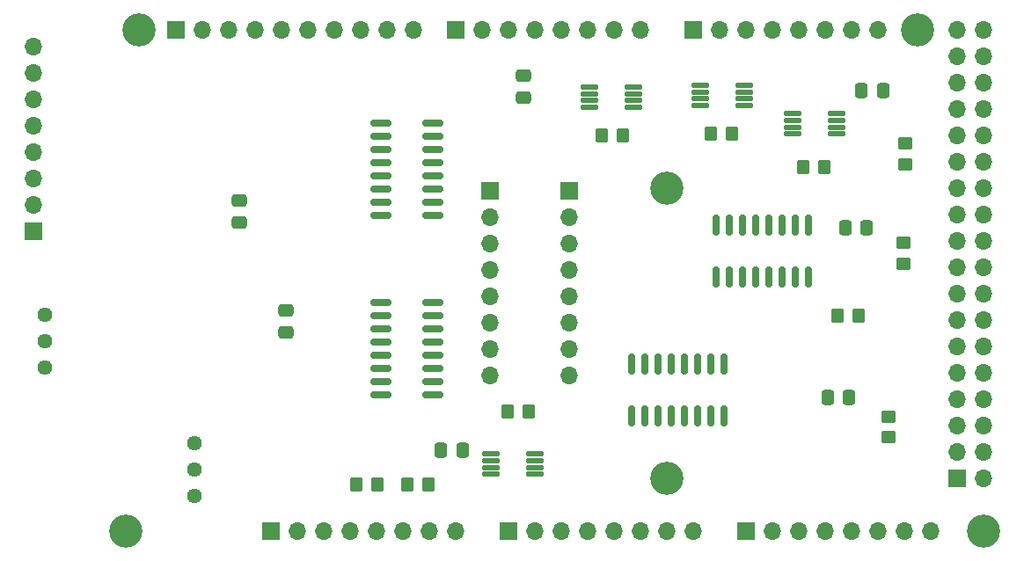
<source format=gbr>
%TF.GenerationSoftware,KiCad,Pcbnew,8.0.8*%
%TF.CreationDate,2025-07-24T20:26:14+03:00*%
%TF.ProjectId,memristor_shield,6d656d72-6973-4746-9f72-5f736869656c,rev?*%
%TF.SameCoordinates,Original*%
%TF.FileFunction,Soldermask,Bot*%
%TF.FilePolarity,Negative*%
%FSLAX46Y46*%
G04 Gerber Fmt 4.6, Leading zero omitted, Abs format (unit mm)*
G04 Created by KiCad (PCBNEW 8.0.8) date 2025-07-24 20:26:14*
%MOMM*%
%LPD*%
G01*
G04 APERTURE LIST*
G04 Aperture macros list*
%AMRoundRect*
0 Rectangle with rounded corners*
0 $1 Rounding radius*
0 $2 $3 $4 $5 $6 $7 $8 $9 X,Y pos of 4 corners*
0 Add a 4 corners polygon primitive as box body*
4,1,4,$2,$3,$4,$5,$6,$7,$8,$9,$2,$3,0*
0 Add four circle primitives for the rounded corners*
1,1,$1+$1,$2,$3*
1,1,$1+$1,$4,$5*
1,1,$1+$1,$6,$7*
1,1,$1+$1,$8,$9*
0 Add four rect primitives between the rounded corners*
20,1,$1+$1,$2,$3,$4,$5,0*
20,1,$1+$1,$4,$5,$6,$7,0*
20,1,$1+$1,$6,$7,$8,$9,0*
20,1,$1+$1,$8,$9,$2,$3,0*%
G04 Aperture macros list end*
%ADD10R,1.700000X1.700000*%
%ADD11O,1.700000X1.700000*%
%ADD12C,3.200000*%
%ADD13C,1.440000*%
%ADD14RoundRect,0.250000X0.475000X-0.337500X0.475000X0.337500X-0.475000X0.337500X-0.475000X-0.337500X0*%
%ADD15RoundRect,0.250000X0.450000X-0.350000X0.450000X0.350000X-0.450000X0.350000X-0.450000X-0.350000X0*%
%ADD16RoundRect,0.250000X0.350000X0.450000X-0.350000X0.450000X-0.350000X-0.450000X0.350000X-0.450000X0*%
%ADD17RoundRect,0.150000X0.825000X0.150000X-0.825000X0.150000X-0.825000X-0.150000X0.825000X-0.150000X0*%
%ADD18RoundRect,0.250000X0.337500X0.475000X-0.337500X0.475000X-0.337500X-0.475000X0.337500X-0.475000X0*%
%ADD19RoundRect,0.150000X-0.150000X0.825000X-0.150000X-0.825000X0.150000X-0.825000X0.150000X0.825000X0*%
%ADD20RoundRect,0.125000X0.687500X0.125000X-0.687500X0.125000X-0.687500X-0.125000X0.687500X-0.125000X0*%
%ADD21RoundRect,0.125000X-0.687500X-0.125000X0.687500X-0.125000X0.687500X0.125000X-0.687500X0.125000X0*%
%ADD22RoundRect,0.250000X-0.350000X-0.450000X0.350000X-0.450000X0.350000X0.450000X-0.350000X0.450000X0*%
%ADD23RoundRect,0.250000X-0.475000X0.337500X-0.475000X-0.337500X0.475000X-0.337500X0.475000X0.337500X0*%
G04 APERTURE END LIST*
D10*
%TO.C,J7*%
X193980000Y-92380000D03*
D11*
X196520000Y-92380000D03*
X193980000Y-89840000D03*
X196520000Y-89840000D03*
X193980000Y-87300000D03*
X196520000Y-87300000D03*
X193980000Y-84760000D03*
X196520000Y-84760000D03*
X193980000Y-82220000D03*
X196520000Y-82220000D03*
X193980000Y-79680000D03*
X196520000Y-79680000D03*
X193980000Y-77140000D03*
X196520000Y-77140000D03*
X193980000Y-74600000D03*
X196520000Y-74600000D03*
X193980000Y-72060000D03*
X196520000Y-72060000D03*
X193980000Y-69520000D03*
X196520000Y-69520000D03*
X193980000Y-66980000D03*
X196520000Y-66980000D03*
X193980000Y-64440000D03*
X196520000Y-64440000D03*
X193980000Y-61900000D03*
X196520000Y-61900000D03*
X193980000Y-59360000D03*
X196520000Y-59360000D03*
X193980000Y-56820000D03*
X196520000Y-56820000D03*
X193980000Y-54280000D03*
X196520000Y-54280000D03*
X193980000Y-51740000D03*
X196520000Y-51740000D03*
X193980000Y-49200000D03*
X196520000Y-49200000D03*
%TD*%
D10*
%TO.C,J1*%
X127940000Y-97460000D03*
D11*
X130480000Y-97460000D03*
X133020000Y-97460000D03*
X135560000Y-97460000D03*
X138100000Y-97460000D03*
X140640000Y-97460000D03*
X143180000Y-97460000D03*
X145720000Y-97460000D03*
%TD*%
D10*
%TO.C,J3*%
X150800000Y-97460000D03*
D11*
X153340000Y-97460000D03*
X155880000Y-97460000D03*
X158420000Y-97460000D03*
X160960000Y-97460000D03*
X163500000Y-97460000D03*
X166040000Y-97460000D03*
X168580000Y-97460000D03*
%TD*%
D10*
%TO.C,J5*%
X173660000Y-97460000D03*
D11*
X176200000Y-97460000D03*
X178740000Y-97460000D03*
X181280000Y-97460000D03*
X183820000Y-97460000D03*
X186360000Y-97460000D03*
X188900000Y-97460000D03*
X191440000Y-97460000D03*
%TD*%
D10*
%TO.C,J2*%
X118796000Y-49200000D03*
D11*
X121336000Y-49200000D03*
X123876000Y-49200000D03*
X126416000Y-49200000D03*
X128956000Y-49200000D03*
X131496000Y-49200000D03*
X134036000Y-49200000D03*
X136576000Y-49200000D03*
X139116000Y-49200000D03*
X141656000Y-49200000D03*
%TD*%
D10*
%TO.C,J4*%
X145720000Y-49200000D03*
D11*
X148260000Y-49200000D03*
X150800000Y-49200000D03*
X153340000Y-49200000D03*
X155880000Y-49200000D03*
X158420000Y-49200000D03*
X160960000Y-49200000D03*
X163500000Y-49200000D03*
%TD*%
D10*
%TO.C,J6*%
X168580000Y-49200000D03*
D11*
X171120000Y-49200000D03*
X173660000Y-49200000D03*
X176200000Y-49200000D03*
X178740000Y-49200000D03*
X181280000Y-49200000D03*
X183820000Y-49200000D03*
X186360000Y-49200000D03*
%TD*%
D10*
%TO.C,J8*%
X149060000Y-64740000D03*
D11*
X149060000Y-67280000D03*
X149060000Y-69820000D03*
X149060000Y-72360000D03*
X149060000Y-74900000D03*
X149060000Y-77440000D03*
X149060000Y-79980000D03*
X149060000Y-82520000D03*
%TD*%
D12*
%TO.C,MH6*%
X196520000Y-97460000D03*
%TD*%
%TO.C,MH1*%
X115240000Y-49200000D03*
%TD*%
D13*
%TO.C,RV2*%
X106240000Y-76670000D03*
X106240000Y-79210000D03*
X106240000Y-81750000D03*
%TD*%
D10*
%TO.C,J10*%
X105080000Y-68580000D03*
D11*
X105080000Y-66040000D03*
X105080000Y-63500000D03*
X105080000Y-60960000D03*
X105080000Y-58420000D03*
X105080000Y-55880000D03*
X105080000Y-53340000D03*
X105080000Y-50800000D03*
%TD*%
D10*
%TO.C,J9*%
X156680000Y-64740000D03*
D11*
X156680000Y-67280000D03*
X156680000Y-69820000D03*
X156680000Y-72360000D03*
X156680000Y-74900000D03*
X156680000Y-77440000D03*
X156680000Y-79980000D03*
X156680000Y-82520000D03*
%TD*%
D13*
%TO.C,RV1*%
X120570000Y-94050000D03*
X120570000Y-91510000D03*
X120570000Y-88970000D03*
%TD*%
D12*
%TO.C,MH2*%
X113970000Y-97460000D03*
%TD*%
%TO.C,MH3*%
X166040000Y-64440000D03*
%TD*%
%TO.C,MH4*%
X166040000Y-92380000D03*
%TD*%
%TO.C,MH5*%
X190170000Y-49200000D03*
%TD*%
D14*
%TO.C,C11*%
X129360000Y-78297500D03*
X129360000Y-76222500D03*
%TD*%
D15*
%TO.C,R25*%
X188800000Y-71690000D03*
X188800000Y-69690000D03*
%TD*%
D16*
%TO.C,R21*%
X161790000Y-59340000D03*
X159790000Y-59340000D03*
%TD*%
D17*
%TO.C,U12*%
X143530000Y-75430000D03*
X143530000Y-76700000D03*
X143530000Y-77970000D03*
X143530000Y-79240000D03*
X143530000Y-80510000D03*
X143530000Y-81780000D03*
X143530000Y-83050000D03*
X143530000Y-84320000D03*
X138580000Y-84320000D03*
X138580000Y-83050000D03*
X138580000Y-81780000D03*
X138580000Y-80510000D03*
X138580000Y-79240000D03*
X138580000Y-77970000D03*
X138580000Y-76700000D03*
X138580000Y-75430000D03*
%TD*%
D16*
%TO.C,R26*%
X184490000Y-76690000D03*
X182490000Y-76690000D03*
%TD*%
D15*
%TO.C,R27*%
X187410000Y-88420000D03*
X187410000Y-86420000D03*
%TD*%
D18*
%TO.C,C7*%
X185285000Y-68260000D03*
X183210000Y-68260000D03*
%TD*%
%TO.C,C8*%
X183617500Y-84620000D03*
X181542500Y-84620000D03*
%TD*%
D16*
%TO.C,R29*%
X138180000Y-92960000D03*
X136180000Y-92960000D03*
%TD*%
D17*
%TO.C,U13*%
X143520000Y-58190000D03*
X143520000Y-59460000D03*
X143520000Y-60730000D03*
X143520000Y-62000000D03*
X143520000Y-63270000D03*
X143520000Y-64540000D03*
X143520000Y-65810000D03*
X143520000Y-67080000D03*
X138570000Y-67080000D03*
X138570000Y-65810000D03*
X138570000Y-64540000D03*
X138570000Y-63270000D03*
X138570000Y-62000000D03*
X138570000Y-60730000D03*
X138570000Y-59460000D03*
X138570000Y-58190000D03*
%TD*%
D19*
%TO.C,U11*%
X170780000Y-68020000D03*
X172050000Y-68020000D03*
X173320000Y-68020000D03*
X174590000Y-68020000D03*
X175860000Y-68020000D03*
X177130000Y-68020000D03*
X178400000Y-68020000D03*
X179670000Y-68020000D03*
X179670000Y-72970000D03*
X178400000Y-72970000D03*
X177130000Y-72970000D03*
X175860000Y-72970000D03*
X174590000Y-72970000D03*
X173320000Y-72970000D03*
X172050000Y-72970000D03*
X170780000Y-72970000D03*
%TD*%
%TO.C,U10*%
X162710000Y-81400000D03*
X163980000Y-81400000D03*
X165250000Y-81400000D03*
X166520000Y-81400000D03*
X167790000Y-81400000D03*
X169060000Y-81400000D03*
X170330000Y-81400000D03*
X171600000Y-81400000D03*
X171600000Y-86350000D03*
X170330000Y-86350000D03*
X169060000Y-86350000D03*
X167790000Y-86350000D03*
X166520000Y-86350000D03*
X165250000Y-86350000D03*
X163980000Y-86350000D03*
X162710000Y-86350000D03*
%TD*%
D20*
%TO.C,U8*%
X153392500Y-90045000D03*
X153392500Y-90695000D03*
X153392500Y-91345000D03*
X153392500Y-91995000D03*
X149167500Y-91995000D03*
X149167500Y-91345000D03*
X149167500Y-90695000D03*
X149167500Y-90045000D03*
%TD*%
D16*
%TO.C,R22*%
X172320000Y-59180000D03*
X170320000Y-59180000D03*
%TD*%
D18*
%TO.C,C9*%
X146377500Y-89720000D03*
X144302500Y-89720000D03*
%TD*%
%TO.C,C6*%
X186867500Y-55070000D03*
X184792500Y-55070000D03*
%TD*%
D16*
%TO.C,R23*%
X181180000Y-62380000D03*
X179180000Y-62380000D03*
%TD*%
D21*
%TO.C,U3*%
X178157500Y-59215000D03*
X178157500Y-58565000D03*
X178157500Y-57915000D03*
X178157500Y-57265000D03*
X182382500Y-57265000D03*
X182382500Y-57915000D03*
X182382500Y-58565000D03*
X182382500Y-59215000D03*
%TD*%
D22*
%TO.C,R28*%
X150760000Y-85930000D03*
X152760000Y-85930000D03*
%TD*%
D21*
%TO.C,U2*%
X169267500Y-56485000D03*
X169267500Y-55835000D03*
X169267500Y-55185000D03*
X169267500Y-54535000D03*
X173492500Y-54535000D03*
X173492500Y-55185000D03*
X173492500Y-55835000D03*
X173492500Y-56485000D03*
%TD*%
D14*
%TO.C,C14*%
X124950000Y-67737500D03*
X124950000Y-65662500D03*
%TD*%
D16*
%TO.C,R30*%
X143100000Y-92970000D03*
X141100000Y-92970000D03*
%TD*%
D15*
%TO.C,R24*%
X189000000Y-62150000D03*
X189000000Y-60150000D03*
%TD*%
D23*
%TO.C,C5*%
X152280000Y-53622500D03*
X152280000Y-55697500D03*
%TD*%
D21*
%TO.C,U1*%
X158650000Y-56650000D03*
X158650000Y-56000000D03*
X158650000Y-55350000D03*
X158650000Y-54700000D03*
X162875000Y-54700000D03*
X162875000Y-55350000D03*
X162875000Y-56000000D03*
X162875000Y-56650000D03*
%TD*%
M02*

</source>
